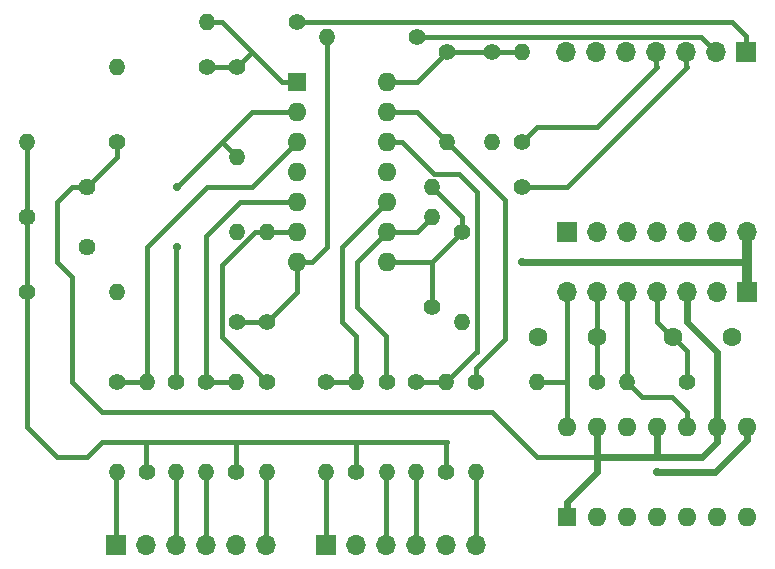
<source format=gbr>
%TF.GenerationSoftware,KiCad,Pcbnew,7.0.7*%
%TF.CreationDate,2024-04-26T13:10:04-04:00*%
%TF.ProjectId,xiao-rp2040-uno,7869616f-2d72-4703-9230-34302d756e6f,rev?*%
%TF.SameCoordinates,Original*%
%TF.FileFunction,Copper,L1,Top*%
%TF.FilePolarity,Positive*%
%FSLAX46Y46*%
G04 Gerber Fmt 4.6, Leading zero omitted, Abs format (unit mm)*
G04 Created by KiCad (PCBNEW 7.0.7) date 2024-04-26 13:10:04*
%MOMM*%
%LPD*%
G01*
G04 APERTURE LIST*
%TA.AperFunction,ComponentPad*%
%ADD10C,1.400000*%
%TD*%
%TA.AperFunction,ComponentPad*%
%ADD11O,1.400000X1.400000*%
%TD*%
%TA.AperFunction,ComponentPad*%
%ADD12R,1.700000X1.700000*%
%TD*%
%TA.AperFunction,ComponentPad*%
%ADD13O,1.700000X1.700000*%
%TD*%
%TA.AperFunction,ComponentPad*%
%ADD14R,1.600000X1.600000*%
%TD*%
%TA.AperFunction,ComponentPad*%
%ADD15O,1.600000X1.600000*%
%TD*%
%TA.AperFunction,ComponentPad*%
%ADD16C,1.600000*%
%TD*%
%TA.AperFunction,ComponentPad*%
%ADD17C,1.440000*%
%TD*%
%TA.AperFunction,ViaPad*%
%ADD18C,0.711200*%
%TD*%
%TA.AperFunction,Conductor*%
%ADD19C,0.609600*%
%TD*%
%TA.AperFunction,Conductor*%
%ADD20C,0.406400*%
%TD*%
%TA.AperFunction,Conductor*%
%ADD21C,0.812800*%
%TD*%
G04 APERTURE END LIST*
D10*
%TO.P,R2,1*%
%TO.N,Net-(U1A--)*%
X116450000Y-82220000D03*
D11*
%TO.P,R2,2*%
%TO.N,Net-(J1-Pin_3)*%
X116450000Y-89840000D03*
%TD*%
D10*
%TO.P,R28,1*%
%TO.N,Net-(J4-Pin_4)*%
X159690000Y-82220000D03*
D11*
%TO.P,R28,2*%
%TO.N,Net-(J4-Pin_5)*%
X154610000Y-82220000D03*
%TD*%
D10*
%TO.P,R27,1*%
%TO.N,Net-(J4-Pin_6)*%
X152070000Y-82220000D03*
D11*
%TO.P,R27,2*%
%TO.N,Net-(J4-Pin_7)*%
X146990000Y-82220000D03*
%TD*%
D12*
%TO.P,J6,1,Pin_1*%
%TO.N,Net-(J6-Pin_1)*%
X149530000Y-69520000D03*
D13*
%TO.P,J6,2,Pin_2*%
%TO.N,Net-(J6-Pin_2)*%
X152070000Y-69520000D03*
%TO.P,J6,3,Pin_3*%
%TO.N,unconnected-(J6-Pin_3-Pad3)*%
X154610000Y-69520000D03*
%TO.P,J6,4,Pin_4*%
%TO.N,Net-(J6-Pin_4)*%
X157150000Y-69520000D03*
%TO.P,J6,5,Pin_5*%
%TO.N,Net-(J4-Pin_3)*%
X159690000Y-69520000D03*
%TO.P,J6,6,Pin_6*%
%TO.N,GND*%
X162230000Y-69520000D03*
%TO.P,J6,7,Pin_7*%
%TO.N,Net-(J4-Pin_1)*%
X164770000Y-69520000D03*
%TD*%
D10*
%TO.P,R5,1*%
%TO.N,Net-(U1C-+)*%
X129150000Y-82220000D03*
D11*
%TO.P,R5,2*%
%TO.N,Net-(J2-Pin_1)*%
X129150000Y-89840000D03*
%TD*%
D14*
%TO.P,U1,1*%
%TO.N,Net-(R19-Pad2)*%
X126670000Y-56820000D03*
D15*
%TO.P,U1,2,-*%
%TO.N,Net-(U1A--)*%
X126670000Y-59360000D03*
%TO.P,U1,3,+*%
%TO.N,Net-(U1A-+)*%
X126670000Y-61900000D03*
%TO.P,U1,4,V+*%
%TO.N,Net-(J4-Pin_1)*%
X126670000Y-64440000D03*
%TO.P,U1,5,+*%
%TO.N,Net-(U1B-+)*%
X126670000Y-66980000D03*
%TO.P,U1,6,-*%
%TO.N,Net-(U1B--)*%
X126670000Y-69520000D03*
%TO.P,U1,7*%
%TO.N,Net-(R10-Pad1)*%
X126670000Y-72060000D03*
%TO.P,U1,8*%
%TO.N,Net-(R11-Pad1)*%
X134290000Y-72060000D03*
%TO.P,U1,9,-*%
%TO.N,Net-(U1C--)*%
X134290000Y-69520000D03*
%TO.P,U1,10,+*%
%TO.N,Net-(U1C-+)*%
X134290000Y-66980000D03*
%TO.P,U1,11,V-*%
%TO.N,GND*%
X134290000Y-64440000D03*
%TO.P,U1,12,+*%
%TO.N,Net-(U1D-+)*%
X134290000Y-61900000D03*
%TO.P,U1,13,-*%
%TO.N,Net-(U1D--)*%
X134290000Y-59360000D03*
%TO.P,U1,14*%
%TO.N,Net-(R12-Pad1)*%
X134290000Y-56820000D03*
%TD*%
D16*
%TO.P,C1,1*%
%TO.N,Net-(J4-Pin_6)*%
X152070000Y-78410000D03*
%TO.P,C1,2*%
%TO.N,GND*%
X147070000Y-78410000D03*
%TD*%
D10*
%TO.P,R9,1*%
%TO.N,Net-(R19-Pad2)*%
X121590000Y-55550000D03*
D11*
%TO.P,R9,2*%
%TO.N,Net-(U1A--)*%
X121590000Y-63170000D03*
%TD*%
D10*
%TO.P,R17,1*%
%TO.N,Net-(J4-Pin_3)*%
X111430000Y-61900000D03*
D11*
%TO.P,R17,2*%
%TO.N,Net-(R13-Pad1)*%
X103810000Y-61900000D03*
%TD*%
D12*
%TO.P,J5,1,Pin_1*%
%TO.N,Net-(J5-Pin_1)*%
X164710000Y-54280000D03*
D13*
%TO.P,J5,2,Pin_2*%
%TO.N,Net-(J5-Pin_2)*%
X162170000Y-54280000D03*
%TO.P,J5,3,Pin_3*%
%TO.N,Net-(J5-Pin_3)*%
X159630000Y-54280000D03*
%TO.P,J5,4,Pin_4*%
%TO.N,Net-(J5-Pin_4)*%
X157090000Y-54280000D03*
%TO.P,J5,5,Pin_5*%
%TO.N,unconnected-(J5-Pin_5-Pad5)*%
X154550000Y-54280000D03*
%TO.P,J5,6,Pin_6*%
%TO.N,unconnected-(J5-Pin_6-Pad6)*%
X152010000Y-54280000D03*
%TO.P,J5,7,Pin_7*%
%TO.N,unconnected-(J5-Pin_7-Pad7)*%
X149470000Y-54280000D03*
%TD*%
D10*
%TO.P,R3,1*%
%TO.N,Net-(U1B-+)*%
X118990000Y-82220000D03*
D11*
%TO.P,R3,2*%
%TO.N,Net-(J1-Pin_4)*%
X118990000Y-89840000D03*
%TD*%
D10*
%TO.P,R7,1*%
%TO.N,Net-(U1D-+)*%
X136770000Y-82220000D03*
D11*
%TO.P,R7,2*%
%TO.N,Net-(J2-Pin_4)*%
X136770000Y-89840000D03*
%TD*%
D10*
%TO.P,R21,1*%
%TO.N,Net-(J5-Pin_3)*%
X145720000Y-65710000D03*
D11*
%TO.P,R21,2*%
%TO.N,Net-(R11-Pad1)*%
X138100000Y-65710000D03*
%TD*%
D12*
%TO.P,J1,1,Pin_1*%
%TO.N,Net-(J1-Pin_1)*%
X111370000Y-96070000D03*
D13*
%TO.P,J1,2,Pin_2*%
%TO.N,GND*%
X113910000Y-96070000D03*
%TO.P,J1,3,Pin_3*%
%TO.N,Net-(J1-Pin_3)*%
X116450000Y-96070000D03*
%TO.P,J1,4,Pin_4*%
%TO.N,Net-(J1-Pin_4)*%
X118990000Y-96070000D03*
%TO.P,J1,5,Pin_5*%
%TO.N,GND*%
X121530000Y-96070000D03*
%TO.P,J1,6,Pin_6*%
%TO.N,Net-(J1-Pin_6)*%
X124070000Y-96070000D03*
%TD*%
D10*
%TO.P,R18,1*%
%TO.N,Net-(R13-Pad1)*%
X103810000Y-74600000D03*
D11*
%TO.P,R18,2*%
%TO.N,GND*%
X111430000Y-74600000D03*
%TD*%
D16*
%TO.P,C2,1*%
%TO.N,Net-(J4-Pin_4)*%
X158500000Y-78410000D03*
%TO.P,C2,2*%
%TO.N,GND*%
X163500000Y-78410000D03*
%TD*%
D10*
%TO.P,R13,1*%
%TO.N,Net-(R13-Pad1)*%
X113970000Y-89840000D03*
D11*
%TO.P,R13,2*%
%TO.N,Net-(U1A-+)*%
X113970000Y-82220000D03*
%TD*%
D10*
%TO.P,R15,1*%
%TO.N,Net-(R13-Pad1)*%
X131690000Y-89840000D03*
D11*
%TO.P,R15,2*%
%TO.N,Net-(U1C-+)*%
X131690000Y-82220000D03*
%TD*%
D10*
%TO.P,R10,1*%
%TO.N,Net-(R10-Pad1)*%
X124130000Y-77140000D03*
D11*
%TO.P,R10,2*%
%TO.N,Net-(U1B--)*%
X124130000Y-69520000D03*
%TD*%
D10*
%TO.P,R11,1*%
%TO.N,Net-(R11-Pad1)*%
X138100000Y-75870000D03*
D11*
%TO.P,R11,2*%
%TO.N,Net-(U1C--)*%
X138100000Y-68250000D03*
%TD*%
D10*
%TO.P,R20,1*%
%TO.N,Net-(J5-Pin_2)*%
X136830000Y-53010000D03*
D11*
%TO.P,R20,2*%
%TO.N,Net-(R10-Pad1)*%
X129210000Y-53010000D03*
%TD*%
D10*
%TO.P,R26,1*%
%TO.N,Net-(R19-Pad2)*%
X119050000Y-55550000D03*
D11*
%TO.P,R26,2*%
%TO.N,GND*%
X111430000Y-55550000D03*
%TD*%
D12*
%TO.P,J2,1,Pin_1*%
%TO.N,Net-(J2-Pin_1)*%
X129150000Y-96070000D03*
D13*
%TO.P,J2,2,Pin_2*%
%TO.N,GND*%
X131690000Y-96070000D03*
%TO.P,J2,3,Pin_3*%
%TO.N,Net-(J2-Pin_3)*%
X134230000Y-96070000D03*
%TO.P,J2,4,Pin_4*%
%TO.N,Net-(J2-Pin_4)*%
X136770000Y-96070000D03*
%TO.P,J2,5,Pin_5*%
%TO.N,GND*%
X139310000Y-96070000D03*
%TO.P,J2,6,Pin_6*%
%TO.N,Net-(J2-Pin_6)*%
X141850000Y-96070000D03*
%TD*%
D10*
%TO.P,R4,1*%
%TO.N,Net-(U1B--)*%
X124130000Y-82220000D03*
D11*
%TO.P,R4,2*%
%TO.N,Net-(J1-Pin_6)*%
X124130000Y-89840000D03*
%TD*%
D10*
%TO.P,R14,1*%
%TO.N,Net-(R13-Pad1)*%
X121530000Y-89840000D03*
D11*
%TO.P,R14,2*%
%TO.N,Net-(U1B-+)*%
X121530000Y-82220000D03*
%TD*%
D10*
%TO.P,R22,1*%
%TO.N,Net-(J5-Pin_4)*%
X145720000Y-61900000D03*
D11*
%TO.P,R22,2*%
%TO.N,Net-(R12-Pad1)*%
X145720000Y-54280000D03*
%TD*%
D12*
%TO.P,J4,1,Pin_1*%
%TO.N,Net-(J4-Pin_1)*%
X164770000Y-74600000D03*
D13*
%TO.P,J4,2,Pin_2*%
%TO.N,GND*%
X162230000Y-74600000D03*
%TO.P,J4,3,Pin_3*%
%TO.N,Net-(J4-Pin_3)*%
X159690000Y-74600000D03*
%TO.P,J4,4,Pin_4*%
%TO.N,Net-(J4-Pin_4)*%
X157150000Y-74600000D03*
%TO.P,J4,5,Pin_5*%
%TO.N,Net-(J4-Pin_5)*%
X154610000Y-74600000D03*
%TO.P,J4,6,Pin_6*%
%TO.N,Net-(J4-Pin_6)*%
X152070000Y-74600000D03*
%TO.P,J4,7,Pin_7*%
%TO.N,Net-(J4-Pin_7)*%
X149530000Y-74600000D03*
%TD*%
D10*
%TO.P,R19,1*%
%TO.N,Net-(J5-Pin_1)*%
X126670000Y-51740000D03*
D11*
%TO.P,R19,2*%
%TO.N,Net-(R19-Pad2)*%
X119050000Y-51740000D03*
%TD*%
D10*
%TO.P,R16,1*%
%TO.N,Net-(R13-Pad1)*%
X139310000Y-89840000D03*
D11*
%TO.P,R16,2*%
%TO.N,Net-(U1D-+)*%
X139310000Y-82220000D03*
%TD*%
D14*
%TO.P,U2,1,VDD*%
%TO.N,Net-(J4-Pin_3)*%
X149530000Y-93650000D03*
D15*
%TO.P,U2,2,NC*%
%TO.N,unconnected-(U2-NC-Pad2)*%
X152070000Y-93650000D03*
%TO.P,U2,3,~{CS}*%
%TO.N,Net-(J6-Pin_1)*%
X154610000Y-93650000D03*
%TO.P,U2,4,SCK*%
%TO.N,Net-(J6-Pin_2)*%
X157150000Y-93650000D03*
%TO.P,U2,5,SDI*%
%TO.N,Net-(J6-Pin_4)*%
X159690000Y-93650000D03*
%TO.P,U2,6,NC*%
%TO.N,unconnected-(U2-NC-Pad6)*%
X162230000Y-93650000D03*
%TO.P,U2,7,NC*%
%TO.N,unconnected-(U2-NC-Pad7)*%
X164770000Y-93650000D03*
%TO.P,U2,8,~{LDAC}*%
%TO.N,GND*%
X164770000Y-86030000D03*
%TO.P,U2,9,~{SHDN}*%
%TO.N,Net-(J4-Pin_3)*%
X162230000Y-86030000D03*
%TO.P,U2,10,VoutB*%
%TO.N,Net-(J4-Pin_5)*%
X159690000Y-86030000D03*
%TO.P,U2,11,VrefB*%
%TO.N,Net-(J4-Pin_3)*%
X157150000Y-86030000D03*
%TO.P,U2,12,AVSS*%
%TO.N,GND*%
X154610000Y-86030000D03*
%TO.P,U2,13,VrefA*%
%TO.N,Net-(J4-Pin_3)*%
X152070000Y-86030000D03*
%TO.P,U2,14,VoutA*%
%TO.N,Net-(J4-Pin_7)*%
X149530000Y-86030000D03*
%TD*%
D10*
%TO.P,R8,1*%
%TO.N,Net-(U1D--)*%
X141850000Y-82220000D03*
D11*
%TO.P,R8,2*%
%TO.N,Net-(J2-Pin_6)*%
X141850000Y-89840000D03*
%TD*%
D10*
%TO.P,R24,1*%
%TO.N,Net-(R11-Pad1)*%
X140640000Y-69520000D03*
D11*
%TO.P,R24,2*%
%TO.N,GND*%
X140640000Y-77140000D03*
%TD*%
D10*
%TO.P,R6,1*%
%TO.N,Net-(U1C--)*%
X134290000Y-82220000D03*
D11*
%TO.P,R6,2*%
%TO.N,Net-(J2-Pin_3)*%
X134290000Y-89840000D03*
%TD*%
D10*
%TO.P,R1,1*%
%TO.N,Net-(U1A-+)*%
X111430000Y-82220000D03*
D11*
%TO.P,R1,2*%
%TO.N,Net-(J1-Pin_1)*%
X111430000Y-89840000D03*
%TD*%
D10*
%TO.P,R12,1*%
%TO.N,Net-(R12-Pad1)*%
X139370000Y-54280000D03*
D11*
%TO.P,R12,2*%
%TO.N,Net-(U1D--)*%
X139370000Y-61900000D03*
%TD*%
D17*
%TO.P,RV1,1,1*%
%TO.N,Net-(J4-Pin_3)*%
X108890000Y-65710000D03*
%TO.P,RV1,2,2*%
%TO.N,Net-(R13-Pad1)*%
X103810000Y-68250000D03*
%TO.P,RV1,3,3*%
%TO.N,GND*%
X108890000Y-70790000D03*
%TD*%
D10*
%TO.P,R23,1*%
%TO.N,Net-(R12-Pad1)*%
X143180000Y-54280000D03*
D11*
%TO.P,R23,2*%
%TO.N,GND*%
X143180000Y-61900000D03*
%TD*%
D10*
%TO.P,R25,1*%
%TO.N,Net-(R10-Pad1)*%
X121590000Y-77140000D03*
D11*
%TO.P,R25,2*%
%TO.N,GND*%
X121590000Y-69520000D03*
%TD*%
D18*
%TO.N,GND*%
X157150000Y-89840000D03*
%TO.N,Net-(J4-Pin_1)*%
X145720000Y-72060000D03*
%TO.N,Net-(U1A--)*%
X116510000Y-70790000D03*
X116510000Y-65710000D03*
%TD*%
D19*
%TO.N,GND*%
X164770000Y-86030000D02*
X164770000Y-87161370D01*
X162091370Y-89840000D02*
X157150000Y-89840000D01*
X164770000Y-87161370D02*
X162091370Y-89840000D01*
D20*
%TO.N,Net-(J1-Pin_1)*%
X111370000Y-89900000D02*
X111370000Y-96070000D01*
X111430000Y-89840000D02*
X111370000Y-89900000D01*
%TO.N,Net-(J1-Pin_3)*%
X116450000Y-89840000D02*
X116450000Y-96070000D01*
%TO.N,Net-(J1-Pin_4)*%
X118990000Y-89840000D02*
X118990000Y-96070000D01*
%TO.N,Net-(J1-Pin_6)*%
X124130000Y-89840000D02*
X124070000Y-89900000D01*
X124070000Y-89900000D02*
X124070000Y-96070000D01*
%TO.N,Net-(J2-Pin_1)*%
X129150000Y-89840000D02*
X129150000Y-96070000D01*
%TO.N,Net-(J2-Pin_3)*%
X134230000Y-89900000D02*
X134230000Y-96070000D01*
X134290000Y-89840000D02*
X134230000Y-89900000D01*
%TO.N,Net-(J2-Pin_4)*%
X136770000Y-89840000D02*
X136770000Y-96070000D01*
%TO.N,Net-(J2-Pin_6)*%
X141850000Y-89840000D02*
X141850000Y-96070000D01*
D19*
%TO.N,Net-(J4-Pin_1)*%
X145720000Y-72060000D02*
X164770000Y-72060000D01*
D21*
X164770000Y-69520000D02*
X164770000Y-72060000D01*
X164770000Y-72060000D02*
X164770000Y-74600000D01*
D19*
%TO.N,Net-(J4-Pin_3)*%
X152070000Y-88570000D02*
X152070000Y-86030000D01*
D20*
X106350000Y-66980000D02*
X107620000Y-65710000D01*
X110160000Y-84760000D02*
X107620000Y-82220000D01*
D19*
X159690000Y-74600000D02*
X159690000Y-77140000D01*
D20*
X107620000Y-82220000D02*
X107620000Y-73330000D01*
X107620000Y-73330000D02*
X106350000Y-72060000D01*
X106350000Y-72060000D02*
X106350000Y-66980000D01*
D19*
X159690000Y-77140000D02*
X162230000Y-79680000D01*
X162230000Y-86030000D02*
X162230000Y-87300000D01*
X162230000Y-87300000D02*
X160960000Y-88570000D01*
X162230000Y-79680000D02*
X162230000Y-86030000D01*
D20*
X143180000Y-84760000D02*
X146990000Y-88570000D01*
D19*
X157150000Y-86030000D02*
X157150000Y-88570000D01*
X149530000Y-92380000D02*
X152070000Y-89840000D01*
X157150000Y-88570000D02*
X152070000Y-88570000D01*
D20*
X107620000Y-65710000D02*
X108890000Y-65710000D01*
X143180000Y-84760000D02*
X110160000Y-84760000D01*
X146990000Y-88570000D02*
X152070000Y-88570000D01*
D19*
X149530000Y-93650000D02*
X149530000Y-92380000D01*
X160960000Y-88570000D02*
X157150000Y-88570000D01*
D20*
X111430000Y-61900000D02*
X111430000Y-63170000D01*
X111430000Y-63170000D02*
X108890000Y-65710000D01*
D19*
X152070000Y-89840000D02*
X152070000Y-88570000D01*
D20*
%TO.N,Net-(J4-Pin_4)*%
X158420000Y-78410000D02*
X158500000Y-78410000D01*
X158500000Y-78410000D02*
X159690000Y-79600000D01*
X157150000Y-77140000D02*
X158420000Y-78410000D01*
X157150000Y-74600000D02*
X157150000Y-77140000D01*
X159690000Y-79600000D02*
X159690000Y-82220000D01*
%TO.N,Net-(J4-Pin_5)*%
X155880000Y-83490000D02*
X158420000Y-83490000D01*
X154610000Y-82220000D02*
X155880000Y-83490000D01*
X154610000Y-74600000D02*
X154610000Y-82220000D01*
X158420000Y-83490000D02*
X159690000Y-84760000D01*
X159690000Y-84760000D02*
X159690000Y-86030000D01*
%TO.N,Net-(J4-Pin_7)*%
X149530000Y-74600000D02*
X149530000Y-82220000D01*
X149530000Y-82220000D02*
X149530000Y-86030000D01*
X146990000Y-82220000D02*
X149530000Y-82220000D01*
%TO.N,Net-(U1C-+)*%
X130480000Y-70790000D02*
X134290000Y-66980000D01*
X130480000Y-77140000D02*
X130480000Y-70790000D01*
X131690000Y-78350000D02*
X130480000Y-77140000D01*
X129150000Y-82220000D02*
X131690000Y-82220000D01*
X131690000Y-82220000D02*
X131690000Y-78350000D01*
%TO.N,Net-(U1C--)*%
X134290000Y-69520000D02*
X131750000Y-72060000D01*
X136830000Y-69520000D02*
X134290000Y-69520000D01*
X138100000Y-68250000D02*
X136830000Y-69520000D01*
X134230000Y-78350000D02*
X134230000Y-82160000D01*
X134230000Y-82160000D02*
X134290000Y-82220000D01*
X131750000Y-72060000D02*
X131750000Y-75870000D01*
X131750000Y-75870000D02*
X134230000Y-78350000D01*
%TO.N,Net-(U1D-+)*%
X141910000Y-79680000D02*
X141910000Y-66122421D01*
X141850000Y-79680000D02*
X141910000Y-79680000D01*
X136770000Y-82220000D02*
X139310000Y-82220000D01*
X135560000Y-61900000D02*
X134290000Y-61900000D01*
X139310000Y-82220000D02*
X141850000Y-79680000D01*
X138266800Y-64606800D02*
X135560000Y-61900000D01*
X140394379Y-64606800D02*
X138266800Y-64606800D01*
X141910000Y-66122421D02*
X140394379Y-64606800D01*
%TO.N,Net-(U1D--)*%
X136830000Y-59360000D02*
X134290000Y-59360000D01*
X141850000Y-82220000D02*
X141850000Y-81010000D01*
X144283200Y-78576800D02*
X144283200Y-66813200D01*
X144283200Y-66813200D02*
X136830000Y-59360000D01*
X141850000Y-81010000D02*
X144283200Y-78576800D01*
%TO.N,Net-(R19-Pad2)*%
X125400000Y-56820000D02*
X122860000Y-54280000D01*
X119050000Y-55550000D02*
X121590000Y-55550000D01*
X122860000Y-54280000D02*
X120320000Y-51740000D01*
X120320000Y-51740000D02*
X119050000Y-51740000D01*
X121590000Y-55550000D02*
X122860000Y-54280000D01*
X126670000Y-56820000D02*
X125400000Y-56820000D01*
%TO.N,Net-(U1A--)*%
X120320000Y-61900000D02*
X116510000Y-65710000D01*
X126670000Y-59360000D02*
X122860000Y-59360000D01*
X116450000Y-82220000D02*
X116450000Y-70850000D01*
X116450000Y-70850000D02*
X116510000Y-70790000D01*
X122860000Y-59360000D02*
X120320000Y-61900000D01*
X121590000Y-63170000D02*
X120320000Y-61900000D01*
%TO.N,Net-(R10-Pad1)*%
X129210000Y-53010000D02*
X129210000Y-70790000D01*
X129210000Y-70790000D02*
X127940000Y-72060000D01*
X126670000Y-74600000D02*
X126670000Y-72060000D01*
X121590000Y-77140000D02*
X124130000Y-77140000D01*
X127940000Y-72060000D02*
X126670000Y-72060000D01*
X124130000Y-77140000D02*
X126670000Y-74600000D01*
%TO.N,Net-(U1B--)*%
X120320000Y-72350161D02*
X120320000Y-78410000D01*
X120320000Y-78410000D02*
X124130000Y-82220000D01*
X123150161Y-69520000D02*
X120320000Y-72350161D01*
X126670000Y-69520000D02*
X123150161Y-69520000D01*
%TO.N,Net-(R11-Pad1)*%
X140640000Y-68250000D02*
X140640000Y-69520000D01*
X134290000Y-72060000D02*
X138100000Y-72060000D01*
X138100000Y-65710000D02*
X140640000Y-68250000D01*
X138100000Y-72060000D02*
X138100000Y-75870000D01*
X140640000Y-69520000D02*
X138100000Y-72060000D01*
%TO.N,Net-(R12-Pad1)*%
X139370000Y-54280000D02*
X145720000Y-54280000D01*
X134290000Y-56820000D02*
X136830000Y-56820000D01*
X136830000Y-56820000D02*
X139370000Y-54280000D01*
%TO.N,Net-(R13-Pad1)*%
X110160000Y-87300000D02*
X113910000Y-87300000D01*
X113910000Y-87300000D02*
X121530000Y-87300000D01*
X131690000Y-87300000D02*
X121530000Y-87300000D01*
X121530000Y-87300000D02*
X121530000Y-89840000D01*
X131690000Y-87360000D02*
X131690000Y-89840000D01*
X103810000Y-86030000D02*
X106350000Y-88570000D01*
X108890000Y-88570000D02*
X110160000Y-87300000D01*
X103810000Y-61900000D02*
X103810000Y-68250000D01*
X139370000Y-87300000D02*
X131750000Y-87300000D01*
X103810000Y-68250000D02*
X103810000Y-86030000D01*
X139310000Y-87360000D02*
X139370000Y-87300000D01*
X131750000Y-87300000D02*
X131690000Y-87360000D01*
X106350000Y-88570000D02*
X108890000Y-88570000D01*
X113970000Y-89840000D02*
X113910000Y-89780000D01*
X139310000Y-89840000D02*
X139310000Y-87360000D01*
X113910000Y-89780000D02*
X113910000Y-87300000D01*
%TO.N,Net-(U1A-+)*%
X111430000Y-82220000D02*
X113970000Y-82220000D01*
X119050000Y-65710000D02*
X122860000Y-65710000D01*
X113970000Y-82220000D02*
X113970000Y-70790000D01*
X113970000Y-70790000D02*
X119050000Y-65710000D01*
X122860000Y-65710000D02*
X126670000Y-61900000D01*
%TO.N,Net-(U1B-+)*%
X121530000Y-82220000D02*
X118990000Y-82220000D01*
X121880161Y-66980000D02*
X118990000Y-69870161D01*
X126670000Y-66980000D02*
X121880161Y-66980000D01*
X118990000Y-69870161D02*
X118990000Y-82220000D01*
%TO.N,Net-(J4-Pin_6)*%
X152070000Y-74600000D02*
X152070000Y-78410000D01*
X152070000Y-82220000D02*
X152070000Y-78410000D01*
%TO.N,Net-(J5-Pin_1)*%
X126670000Y-51740000D02*
X163500000Y-51740000D01*
X164710000Y-52950000D02*
X164710000Y-54280000D01*
X163500000Y-51740000D02*
X164710000Y-52950000D01*
%TO.N,Net-(J5-Pin_2)*%
X136830000Y-53010000D02*
X160900000Y-53010000D01*
X160900000Y-53010000D02*
X162170000Y-54280000D01*
%TO.N,Net-(J5-Pin_3)*%
X159690000Y-55550000D02*
X159630000Y-55490000D01*
X145720000Y-65710000D02*
X149530000Y-65710000D01*
X149530000Y-65710000D02*
X159690000Y-55550000D01*
X159630000Y-55490000D02*
X159630000Y-54280000D01*
%TO.N,Net-(J5-Pin_4)*%
X157150000Y-55550000D02*
X157090000Y-55490000D01*
X157090000Y-55490000D02*
X157090000Y-54280000D01*
X152070000Y-60630000D02*
X157150000Y-55550000D01*
X146990000Y-60630000D02*
X152070000Y-60630000D01*
X145720000Y-61900000D02*
X146990000Y-60630000D01*
%TD*%
M02*

</source>
